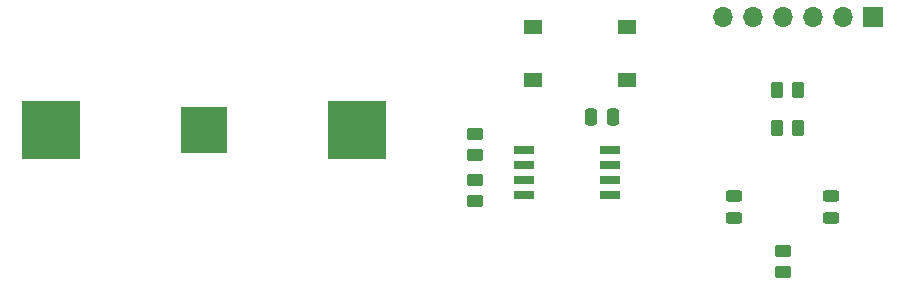
<source format=gbr>
%TF.GenerationSoftware,KiCad,Pcbnew,8.0.6*%
%TF.CreationDate,2024-11-03T18:22:47-03:00*%
%TF.ProjectId,regua-pcb-fritzenlab,72656775-612d-4706-9362-2d667269747a,rev?*%
%TF.SameCoordinates,Original*%
%TF.FileFunction,Soldermask,Top*%
%TF.FilePolarity,Negative*%
%FSLAX46Y46*%
G04 Gerber Fmt 4.6, Leading zero omitted, Abs format (unit mm)*
G04 Created by KiCad (PCBNEW 8.0.6) date 2024-11-03 18:22:47*
%MOMM*%
%LPD*%
G01*
G04 APERTURE LIST*
G04 Aperture macros list*
%AMRoundRect*
0 Rectangle with rounded corners*
0 $1 Rounding radius*
0 $2 $3 $4 $5 $6 $7 $8 $9 X,Y pos of 4 corners*
0 Add a 4 corners polygon primitive as box body*
4,1,4,$2,$3,$4,$5,$6,$7,$8,$9,$2,$3,0*
0 Add four circle primitives for the rounded corners*
1,1,$1+$1,$2,$3*
1,1,$1+$1,$4,$5*
1,1,$1+$1,$6,$7*
1,1,$1+$1,$8,$9*
0 Add four rect primitives between the rounded corners*
20,1,$1+$1,$2,$3,$4,$5,0*
20,1,$1+$1,$4,$5,$6,$7,0*
20,1,$1+$1,$6,$7,$8,$9,0*
20,1,$1+$1,$8,$9,$2,$3,0*%
G04 Aperture macros list end*
%ADD10R,1.700000X0.650000*%
%ADD11RoundRect,0.243750X0.456250X-0.243750X0.456250X0.243750X-0.456250X0.243750X-0.456250X-0.243750X0*%
%ADD12RoundRect,0.250000X0.250000X0.475000X-0.250000X0.475000X-0.250000X-0.475000X0.250000X-0.475000X0*%
%ADD13RoundRect,0.250000X0.450000X-0.262500X0.450000X0.262500X-0.450000X0.262500X-0.450000X-0.262500X0*%
%ADD14R,1.700000X1.700000*%
%ADD15O,1.700000X1.700000*%
%ADD16R,1.550000X1.300000*%
%ADD17RoundRect,0.250000X-0.262500X-0.450000X0.262500X-0.450000X0.262500X0.450000X-0.262500X0.450000X0*%
%ADD18RoundRect,0.250000X-0.450000X0.262500X-0.450000X-0.262500X0.450000X-0.262500X0.450000X0.262500X0*%
%ADD19R,5.000000X5.000000*%
%ADD20R,4.000000X4.000000*%
G04 APERTURE END LIST*
D10*
%TO.C,U1*%
X125900000Y-90400000D03*
X125900000Y-91670000D03*
X125900000Y-92940000D03*
X125900000Y-94210000D03*
X133200000Y-94210000D03*
X133200000Y-92940000D03*
X133200000Y-91670000D03*
X133200000Y-90400000D03*
%TD*%
D11*
%TO.C,D2*%
X151900000Y-96137500D03*
X151900000Y-94262500D03*
%TD*%
D12*
%TO.C,C1*%
X133450000Y-87600000D03*
X131550000Y-87600000D03*
%TD*%
D13*
%TO.C,R3*%
X121700000Y-90812500D03*
X121700000Y-88987500D03*
%TD*%
D14*
%TO.C,J1*%
X155450000Y-79100000D03*
D15*
X152910000Y-79100000D03*
X150370000Y-79100000D03*
X147830000Y-79100000D03*
X145290000Y-79100000D03*
X142750000Y-79100000D03*
%TD*%
D11*
%TO.C,D1*%
X143700000Y-96137500D03*
X143700000Y-94262500D03*
%TD*%
D16*
%TO.C,SW1*%
X126625000Y-79950000D03*
X134575000Y-79950000D03*
X126625000Y-84450000D03*
X134575000Y-84450000D03*
%TD*%
D17*
%TO.C,TH1*%
X147287500Y-88500000D03*
X149112500Y-88500000D03*
%TD*%
D18*
%TO.C,R1*%
X147800000Y-98887500D03*
X147800000Y-100712500D03*
%TD*%
D13*
%TO.C,R4*%
X121700000Y-94712500D03*
X121700000Y-92887500D03*
%TD*%
D19*
%TO.C,BT1*%
X85850000Y-88709227D03*
X111750000Y-88709227D03*
D20*
X98800000Y-88709227D03*
%TD*%
D17*
%TO.C,R2*%
X147287500Y-85300000D03*
X149112500Y-85300000D03*
%TD*%
M02*

</source>
